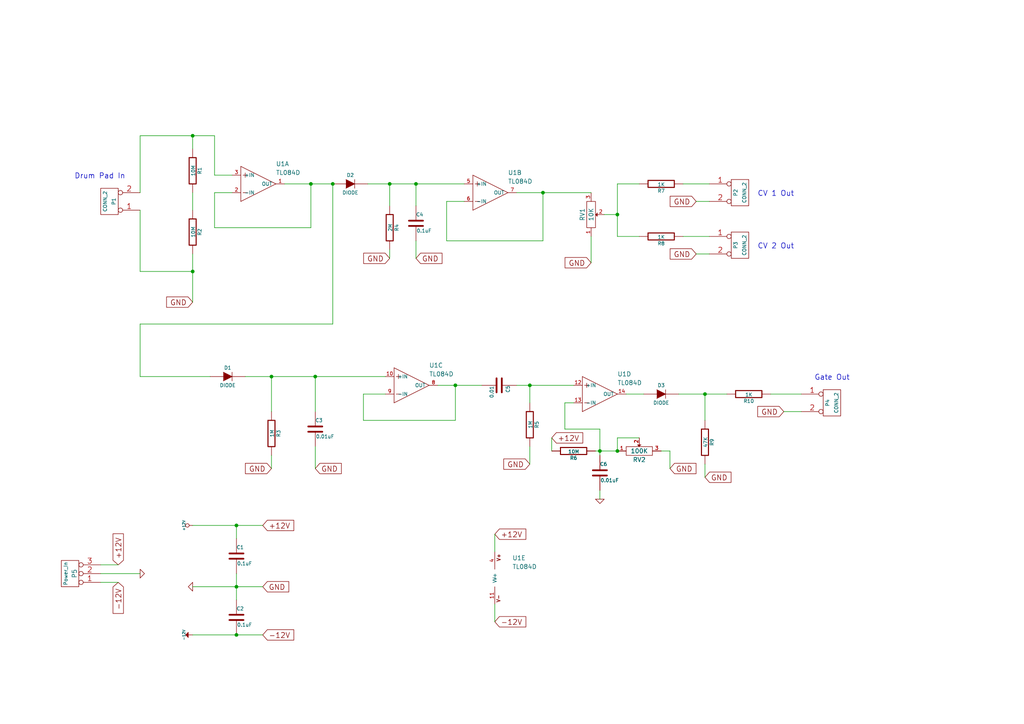
<source format=kicad_sch>
(kicad_sch (version 20230121) (generator eeschema)
  (paper "A4")
  (title_block (title "MFOS Synth Drum Trigger") (date "25/5/2015") (rev "1.0") (comment 1 "\"Music From Outer Space\"") (comment 2 "Based on a design by Ray Wilson") (comment 4 "Quentin McDonald"))
  (lib_symbols
    (symbol "Synth-Drum-Trigger-rescue:+12V" (power) (pin_numbers hide) (pin_names (offset 0))
      (property "Value" "+12V" (at 0 2.54 0))
      (symbol "+12V_0_0"
        (pin power_in line (at 0 0 90) (length 0) hide (name "+12V") (number "1"))
      )
      (symbol "+12V_0_1"
        (polyline (pts (xy 0 0) (xy 0 1.016) (xy 0 1.016)))
        (circle (center 0 1.524) (radius 0.508))
      )
    )
    (symbol "Synth-Drum-Trigger-rescue:-12V" (power) (pin_names (offset 0))
      (property "Value" "-12V" (at 0 2.54 0))
      (symbol "-12V_0_0"
        (pin power_in line (at 0 0 90) (length 0) hide (name "-12V") (number "1"))
      )
      (symbol "-12V_0_1"
        (polyline (pts (xy 0 0) (xy 0 1.27) (xy 0 1.27)))
        (polyline (pts (xy 0 2.032) (xy 0.762 1.27) (xy -0.508 1.27) (xy -0.762 1.27) (xy 0 2.032) (xy 0 2.032) (xy 0 2.032)) (fill (type outline)))
      )
    )
    (symbol "Synth-Drum-Trigger-rescue:C" (pin_numbers hide) (pin_names (offset 0.254))
      (property "Reference" "C" (at 0 2.54 0))
      (property "Value" "C" (at 0.1524 -2.159 0))
      (symbol "C_0_1"
        (polyline (pts (xy -2.032 -0.762) (xy 2.032 -0.762)) (stroke (width 0.508)))
        (polyline (pts (xy -2.032 0.762) (xy 2.032 0.762)) (stroke (width 0.508)))
      )
      (symbol "C_1_1"
        (pin passive line (at 0 5.08 270) (length 4.318) (name "~") (number "1"))
        (pin passive line (at 0 -5.08 90) (length 4.318) (name "~") (number "2"))
      )
    )
    (symbol "Synth-Drum-Trigger-rescue:CONN_2" (pin_names (offset 1.016) hide)
      (property "Reference" "P" (at -1.27 0 90))
      (property "Value" "CONN_2" (at 1.27 0 90))
      (symbol "CONN_2_0_1"
        (rectangle (start -2.54 3.81) (end 2.54 -3.81))
      )
      (symbol "CONN_2_1_1"
        (pin power_out inverted (at -8.89 2.54 0) (length 6.35) (name "VCC") (number "1"))
        (pin power_out inverted (at -8.89 -2.54 0) (length 6.35) (name "GND") (number "2"))
      )
    )
    (symbol "Synth-Drum-Trigger-rescue:DIODE" (pin_numbers hide) (pin_names (offset 1.016) hide)
      (property "Reference" "D" (at 0 2.54 0))
      (property "Value" "DIODE" (at 0 -2.54 0))
      (symbol "DIODE_0_1"
        (polyline (pts (xy 1.27 1.27) (xy 1.27 -1.27)) (stroke (width 0.1524)))
        (polyline (pts (xy -1.27 1.27) (xy 1.27 0) (xy -1.27 -1.27)) (fill (type outline)))
      )
      (symbol "DIODE_1_1"
        (pin passive line (at -5.08 0 0) (length 3.81) (name "A") (number "1"))
        (pin passive line (at 5.08 0 180) (length 3.81) (name "K") (number "2"))
      )
    )
    (symbol "Synth-Drum-Trigger-rescue:GND" (power) (pin_names (offset 0))
      (symbol "GND_0_1"
        (polyline (pts (xy -1.27 0) (xy 0 -1.27) (xy 1.27 0) (xy -1.27 0)))
      )
      (symbol "GND_1_1"
        (pin power_in line (at 0 0 90) (length 0) hide (name "GND") (number "1"))
      )
    )
    (symbol "Synth-Drum-Trigger-rescue:POT" (pin_names (offset 1.016) hide)
      (property "Reference" "RV" (at 0 -2.54 0))
      (property "Value" "POT" (at 0 0 0))
      (symbol "POT_0_1"
        (rectangle (start -3.81 1.27) (end 3.81 -1.27))
        (polyline (pts (xy 0 1.27) (xy -0.508 1.778) (xy 0.508 1.778)) (fill (type outline)))
      )
      (symbol "POT_1_1"
        (pin passive line (at -6.35 0 0) (length 2.54) (name "1") (number "1"))
        (pin passive line (at 0 3.81 270) (length 2.032) (name "2") (number "2"))
        (pin passive line (at 6.35 0 180) (length 2.54) (name "3") (number "3"))
      )
    )
    (symbol "Synth-Drum-Trigger-rescue:Power_In" (pin_names (offset 1.016) hide)
      (property "Reference" "P" (at -1.27 0 90))
      (property "Value" "Power_In" (at 1.27 0 90))
      (symbol "Power_In_0_1"
        (rectangle (start -2.54 3.81) (end 2.54 -3.81))
      )
      (symbol "Power_In_1_1"
        (pin power_out inverted (at -8.89 2.54 0) (length 6.35) (name "-12V") (number "1"))
        (pin power_out inverted (at -8.89 0 0) (length 6.35) (name "Gnd") (number "2"))
        (pin power_out inverted (at -8.89 -2.54 0) (length 6.35) (name "+12V") (number "3"))
      )
    )
    (symbol "Synth-Drum-Trigger-rescue:R" (pin_numbers hide) (pin_names (offset 0))
      (property "Reference" "R" (at 2.032 0 90))
      (property "Value" "R" (at 0.1778 0.0254 90))
      (symbol "R_0_1"
        (rectangle (start -1.016 3.81) (end 1.016 -3.81) (stroke (width 0.3048)))
      )
      (symbol "R_1_1"
        (pin passive line (at 0 6.35 270) (length 2.54) (name "~") (number "1"))
        (pin passive line (at 0 -6.35 90) (length 2.54) (name "~") (number "2"))
      )
    )
    (symbol "Synth-Drum-Trigger-rescue:TL084D" (pin_names (offset 1.016))
      (property "Reference" "U" (at 5.08 5.08 0))
      (property "Value" "TL084D" (at 5.08 2.54 0))
      (symbol "TL084D_1_0"
        (polyline (pts (xy -5.08 -5.08) (xy 5.08 0)))
        (polyline (pts (xy -5.08 5.08) (xy -5.08 -5.08)))
        (polyline (pts (xy -4.445 -2.54) (xy -3.175 -2.54)))
        (polyline (pts (xy -4.445 2.54) (xy -3.175 2.54)))
        (polyline (pts (xy -3.81 3.175) (xy -3.81 1.905)))
        (polyline (pts (xy 5.08 0) (xy -5.08 5.08)))
      )
      (symbol "TL084D_1_1"
        (pin output line (at 7.62 0 180) (length 2.54) (name "OUT") (number "1"))
        (pin input line (at -7.62 -2.54 0) (length 2.54) (name "-IN") (number "2"))
        (pin input line (at -7.62 2.54 0) (length 2.54) (name "+IN") (number "3"))
      )
      (symbol "TL084D_2_0"
        (polyline (pts (xy -5.08 -5.08) (xy 5.08 0)))
        (polyline (pts (xy -5.08 5.08) (xy -5.08 -5.08)))
        (polyline (pts (xy -4.445 -2.54) (xy -3.175 -2.54)))
        (polyline (pts (xy -4.445 2.54) (xy -3.175 2.54)))
        (polyline (pts (xy -3.81 3.175) (xy -3.81 1.905)))
        (polyline (pts (xy 5.08 0) (xy -5.08 5.08)))
      )
      (symbol "TL084D_2_1"
        (pin input line (at -7.62 2.54 0) (length 2.54) (name "+IN") (number "5"))
        (pin input line (at -7.62 -2.54 0) (length 2.54) (name "-IN") (number "6"))
        (pin output line (at 7.62 0 180) (length 2.54) (name "OUT") (number "7"))
      )
      (symbol "TL084D_3_0"
        (polyline (pts (xy -5.08 -5.08) (xy 5.08 0)))
        (polyline (pts (xy -5.08 5.08) (xy -5.08 -5.08)))
        (polyline (pts (xy -4.445 -2.54) (xy -3.175 -2.54)))
        (polyline (pts (xy -4.445 2.54) (xy -3.175 2.54)))
        (polyline (pts (xy -3.81 3.175) (xy -3.81 1.905)))
        (polyline (pts (xy 5.08 0) (xy -5.08 5.08)))
      )
      (symbol "TL084D_3_1"
        (pin input line (at -7.62 2.54 0) (length 2.54) (name "+IN") (number "10"))
        (pin output line (at 7.62 0 180) (length 2.54) (name "OUT") (number "8"))
        (pin input line (at -7.62 -2.54 0) (length 2.54) (name "-IN") (number "9"))
      )
      (symbol "TL084D_4_0"
        (polyline (pts (xy -5.08 -5.08) (xy 5.08 0)))
        (polyline (pts (xy -5.08 5.08) (xy -5.08 -5.08)))
        (polyline (pts (xy -4.445 -2.54) (xy -3.175 -2.54)))
        (polyline (pts (xy -4.445 2.54) (xy -3.175 2.54)))
        (polyline (pts (xy -3.81 3.175) (xy -3.81 1.905)))
        (polyline (pts (xy 5.08 0) (xy -5.08 5.08)))
      )
      (symbol "TL084D_4_1"
        (pin input line (at -7.62 2.54 0) (length 2.54) (name "+IN") (number "12"))
        (pin input line (at -7.62 -2.54 0) (length 2.54) (name "-IN") (number "13"))
        (pin output line (at 7.62 0 180) (length 2.54) (name "OUT") (number "14"))
      )
      (symbol "TL084D_5_0"
        (text "V+" (at 1.143 5.969 1) (effects (font (size 1.016 1.016) bold)))
        (text "V-" (at 1.0668 -5.969 1) (effects (font (size 1.016 1.016) bold)))
      )
      (symbol "TL084D_5_1"
        (pin power_in line (at 0 -7.62 90) (length 5.08) (name "V-") (number "11"))
        (pin power_in line (at 0 7.62 270) (length 5.08) (name "V+") (number "4"))
      )
    )
  )
  (junction (at 78.74 109.22))
  (junction (at 132.08 111.76))
  (junction (at 68.58 184.15))
  (junction (at 204.47 114.3))
  (junction (at 153.67 111.76))
  (junction (at 179.07 62.23))
  (junction (at 68.58 152.4))
  (junction (at 55.88 78.74))
  (junction (at 113.03 53.34))
  (junction (at 90.17 53.34))
  (junction (at 157.48 55.88))
  (junction (at 91.44 109.22))
  (junction (at 68.58 170.18))
  (junction (at 179.07 130.81))
  (junction (at 55.88 39.37))
  (junction (at 96.52 53.34))
  (junction (at 173.99 130.81))
  (junction (at 120.65 53.34))
  (wire (pts (xy 62.23 50.8) (xy 67.31 50.8)))
  (wire (pts (xy 68.58 152.4) (xy 68.58 156.21)))
  (wire (pts (xy 132.08 111.76) (xy 139.7 111.76)))
  (wire (pts (xy 198.12 68.58) (xy 205.74 68.58)))
  (wire (pts (xy 127 111.76) (xy 132.08 111.76)))
  (wire (pts (xy 172.72 130.81) (xy 173.99 130.81)))
  (wire (pts (xy 181.61 114.3) (xy 186.69 114.3)))
  (wire (pts (xy 96.52 93.98) (xy 40.64 93.98)))
  (wire (pts (xy 40.64 39.37) (xy 40.64 55.88)))
  (wire (pts (xy 163.83 124.46) (xy 173.99 124.46)))
  (wire (pts (xy 205.74 73.66) (xy 201.93 73.66)))
  (wire (pts (xy 55.88 73.66) (xy 55.88 78.74)))
  (wire (pts (xy 191.77 130.81) (xy 194.31 130.81)))
  (wire (pts (xy 134.62 58.42) (xy 129.54 58.42)))
  (wire (pts (xy 204.47 114.3) (xy 210.82 114.3)))
  (wire (pts (xy 171.45 68.58) (xy 171.45 76.2)))
  (wire (pts (xy 204.47 114.3) (xy 204.47 121.92)))
  (wire (pts (xy 55.88 152.4) (xy 68.58 152.4)))
  (wire (pts (xy 223.52 114.3) (xy 232.41 114.3)))
  (wire (pts (xy 143.51 160.02) (xy 143.51 154.94)))
  (wire (pts (xy 68.58 170.18) (xy 76.2 170.18)))
  (wire (pts (xy 194.31 130.81) (xy 194.31 135.89)))
  (wire (pts (xy 153.67 129.54) (xy 153.67 134.62)))
  (wire (pts (xy 106.68 53.34) (xy 113.03 53.34)))
  (wire (pts (xy 78.74 132.08) (xy 78.74 135.89)))
  (wire (pts (xy 179.07 53.34) (xy 179.07 62.23)))
  (wire (pts (xy 71.12 109.22) (xy 78.74 109.22)))
  (wire (pts (xy 40.64 39.37) (xy 55.88 39.37)))
  (wire (pts (xy 204.47 134.62) (xy 204.47 138.43)))
  (wire (pts (xy 55.88 39.37) (xy 55.88 43.18)))
  (wire (pts (xy 120.65 69.85) (xy 120.65 74.93)))
  (wire (pts (xy 62.23 39.37) (xy 62.23 50.8)))
  (wire (pts (xy 132.08 111.76) (xy 132.08 121.92)))
  (wire (pts (xy 173.99 130.81) (xy 179.07 130.81)))
  (wire (pts (xy 179.07 62.23) (xy 179.07 68.58)))
  (wire (pts (xy 149.86 111.76) (xy 153.67 111.76)))
  (wire (pts (xy 179.07 130.81) (xy 179.07 127)))
  (wire (pts (xy 132.08 121.92) (xy 105.41 121.92)))
  (wire (pts (xy 196.85 114.3) (xy 204.47 114.3)))
  (wire (pts (xy 160.02 130.81) (xy 160.02 127)))
  (wire (pts (xy 105.41 114.3) (xy 111.76 114.3)))
  (wire (pts (xy 90.17 66.04) (xy 90.17 53.34)))
  (wire (pts (xy 129.54 69.85) (xy 157.48 69.85)))
  (wire (pts (xy 55.88 60.96) (xy 55.88 55.88)))
  (wire (pts (xy 55.88 39.37) (xy 62.23 39.37)))
  (wire (pts (xy 68.58 152.4) (xy 76.2 152.4)))
  (wire (pts (xy 113.03 53.34) (xy 120.65 53.34)))
  (wire (pts (xy 40.64 60.96) (xy 40.64 78.74)))
  (wire (pts (xy 55.88 184.15) (xy 68.58 184.15)))
  (wire (pts (xy 55.88 78.74) (xy 55.88 87.63)))
  (wire (pts (xy 166.37 116.84) (xy 163.83 116.84)))
  (wire (pts (xy 62.23 66.04) (xy 90.17 66.04)))
  (wire (pts (xy 163.83 116.84) (xy 163.83 124.46)))
  (wire (pts (xy 55.88 170.18) (xy 68.58 170.18)))
  (wire (pts (xy 96.52 53.34) (xy 96.52 93.98)))
  (wire (pts (xy 40.64 93.98) (xy 40.64 109.22)))
  (wire (pts (xy 173.99 130.81) (xy 173.99 132.08)))
  (wire (pts (xy 143.51 175.26) (xy 143.51 180.34)))
  (wire (pts (xy 129.54 58.42) (xy 129.54 69.85)))
  (wire (pts (xy 153.67 111.76) (xy 153.67 116.84)))
  (wire (pts (xy 157.48 55.88) (xy 171.45 55.88)))
  (wire (pts (xy 62.23 55.88) (xy 62.23 66.04)))
  (wire (pts (xy 179.07 127) (xy 185.42 127)))
  (wire (pts (xy 90.17 53.34) (xy 96.52 53.34)))
  (wire (pts (xy 67.31 55.88) (xy 62.23 55.88)))
  (wire (pts (xy 173.99 142.24) (xy 173.99 144.78)))
  (wire (pts (xy 40.64 78.74) (xy 55.88 78.74)))
  (wire (pts (xy 29.21 168.91) (xy 34.29 168.91)))
  (wire (pts (xy 205.74 58.42) (xy 201.93 58.42)))
  (wire (pts (xy 29.21 166.37) (xy 40.64 166.37)))
  (wire (pts (xy 173.99 124.46) (xy 173.99 130.81)))
  (wire (pts (xy 179.07 53.34) (xy 185.42 53.34)))
  (wire (pts (xy 175.26 62.23) (xy 179.07 62.23)))
  (wire (pts (xy 91.44 109.22) (xy 111.76 109.22)))
  (wire (pts (xy 198.12 53.34) (xy 205.74 53.34)))
  (wire (pts (xy 68.58 170.18) (xy 68.58 173.99)))
  (wire (pts (xy 232.41 119.38) (xy 227.33 119.38)))
  (wire (pts (xy 78.74 109.22) (xy 78.74 119.38)))
  (wire (pts (xy 149.86 55.88) (xy 157.48 55.88)))
  (wire (pts (xy 120.65 53.34) (xy 134.62 53.34)))
  (wire (pts (xy 40.64 109.22) (xy 60.96 109.22)))
  (wire (pts (xy 120.65 53.34) (xy 120.65 59.69)))
  (wire (pts (xy 157.48 69.85) (xy 157.48 55.88)))
  (wire (pts (xy 82.55 53.34) (xy 90.17 53.34)))
  (wire (pts (xy 68.58 184.15) (xy 76.2 184.15)))
  (wire (pts (xy 113.03 53.34) (xy 113.03 59.69)))
  (wire (pts (xy 153.67 111.76) (xy 166.37 111.76)))
  (wire (pts (xy 105.41 121.92) (xy 105.41 114.3)))
  (wire (pts (xy 68.58 166.37) (xy 68.58 170.18)))
  (wire (pts (xy 91.44 109.22) (xy 91.44 119.38)))
  (wire (pts (xy 91.44 129.54) (xy 91.44 135.89)))
  (wire (pts (xy 78.74 109.22) (xy 91.44 109.22)))
  (wire (pts (xy 113.03 72.39) (xy 113.03 74.93)))
  (wire (pts (xy 29.21 163.83) (xy 34.29 163.83)))
  (wire (pts (xy 179.07 68.58) (xy 185.42 68.58)))
  (text "CV 2 Out" (at 219.71 72.39 0) (effects (font (size 1.524 1.524)) (justify left bottom)))
  (text "CV 1 Out" (at 219.71 57.15 0) (effects (font (size 1.524 1.524)) (justify left bottom)))
  (text "Gate Out" (at 236.22 110.49 0) (effects (font (size 1.524 1.524)) (justify left bottom)))
  (text "Drum Pad In" (at 21.59 52.07 0) (effects (font (size 1.524 1.524)) (justify left bottom)))
  (global_label "GND" (shape input) (at 171.45 76.2 180) (effects (font (size 1.524 1.524))) (property "Intersheetrefs" "${INTERSHEET_REFS}" (effects hide)))
  (global_label "GND" (shape input) (at 55.88 87.63 180) (effects (font (size 1.524 1.524))) (property "Intersheetrefs" "${INTERSHEET_REFS}" (effects hide)))
  (global_label "GND" (shape input) (at 113.03 74.93 180) (effects (font (size 1.524 1.524))) (property "Intersheetrefs" "${INTERSHEET_REFS}" (effects hide)))
  (global_label "GND" (shape input) (at 201.93 73.66 180) (effects (font (size 1.524 1.524))) (property "Intersheetrefs" "${INTERSHEET_REFS}" (effects hide)))
  (global_label "GND" (shape input) (at 153.67 134.62 180) (effects (font (size 1.524 1.524))) (property "Intersheetrefs" "${INTERSHEET_REFS}" (effects hide)))
  (global_label "+12V" (shape input) (at 160.02 127 0) (effects (font (size 1.524 1.524))) (property "Intersheetrefs" "${INTERSHEET_REFS}" (effects hide)))
  (global_label "GND" (shape input) (at 76.2 170.18 0) (effects (font (size 1.524 1.524))) (property "Intersheetrefs" "${INTERSHEET_REFS}" (effects hide)))
  (global_label "-12V" (shape input) (at 76.2 184.15 0) (effects (font (size 1.524 1.524))) (property "Intersheetrefs" "${INTERSHEET_REFS}" (effects hide)))
  (global_label "GND" (shape input) (at 78.74 135.89 180) (effects (font (size 1.524 1.524))) (property "Intersheetrefs" "${INTERSHEET_REFS}" (effects hide)))
  (global_label "+12V" (shape input) (at 34.29 163.83 90) (effects (font (size 1.524 1.524))) (property "Intersheetrefs" "${INTERSHEET_REFS}" (effects hide)))
  (global_label "-12V" (shape input) (at 34.29 168.91 270) (effects (font (size 1.524 1.524))) (property "Intersheetrefs" "${INTERSHEET_REFS}" (effects hide)))
  (global_label "+12V" (shape input) (at 76.2 152.4 0) (effects (font (size 1.524 1.524))) (property "Intersheetrefs" "${INTERSHEET_REFS}" (effects hide)))
  (global_label "GND" (shape input) (at 120.65 74.93 0) (effects (font (size 1.524 1.524))) (property "Intersheetrefs" "${INTERSHEET_REFS}" (effects hide)))
  (global_label "+12V" (shape input) (at 143.51 154.94 0) (effects (font (size 1.524 1.524))) (property "Intersheetrefs" "${INTERSHEET_REFS}" (effects hide)))
  (global_label "GND" (shape input) (at 194.31 135.89 0) (effects (font (size 1.524 1.524))) (property "Intersheetrefs" "${INTERSHEET_REFS}" (effects hide)))
  (global_label "GND" (shape input) (at 204.47 138.43 0) (effects (font (size 1.524 1.524))) (property "Intersheetrefs" "${INTERSHEET_REFS}" (effects hide)))
  (global_label "GND" (shape input) (at 91.44 135.89 0) (effects (font (size 1.524 1.524))) (property "Intersheetrefs" "${INTERSHEET_REFS}" (effects hide)))
  (global_label "GND" (shape input) (at 201.93 58.42 180) (effects (font (size 1.524 1.524))) (property "Intersheetrefs" "${INTERSHEET_REFS}" (effects hide)))
  (global_label "GND" (shape input) (at 227.33 119.38 180) (effects (font (size 1.524 1.524))) (property "Intersheetrefs" "${INTERSHEET_REFS}" (effects hide)))
  (global_label "-12V" (shape input) (at 143.51 180.34 0) (effects (font (size 1.524 1.524))) (property "Intersheetrefs" "${INTERSHEET_REFS}" (effects hide)))
  (symbol (lib_id "Synth-Drum-Trigger-rescue:CONN_2") (at 31.75 58.42 180) (unit 1)
    (property "Reference" "P1" (at 33.02 58.42 90) (effects (font (size 1.016 1.016))))
    (property "Value" "CONN_2" (at 30.48 58.42 90) (effects (font (size 1.016 1.016))))
  )
  (symbol (lib_id "Synth-Drum-Trigger-rescue:R") (at 55.88 49.53 0) (unit 1)
    (property "Reference" "R1" (at 57.912 49.53 90) (effects (font (size 1.016 1.016))))
    (property "Value" "10M" (at 56.0578 49.5046 90) (effects (font (size 1.016 1.016))))
  )
  (symbol (lib_id "Synth-Drum-Trigger-rescue:R") (at 55.88 67.31 0) (unit 1)
    (property "Reference" "R2" (at 57.912 67.31 90) (effects (font (size 1.016 1.016))))
    (property "Value" "10M" (at 56.0578 67.2846 90) (effects (font (size 1.016 1.016))))
  )
  (symbol (lib_id "Synth-Drum-Trigger-rescue:TL084D") (at 74.93 53.34 0) (unit 1)
    (property "Reference" "U1" (at 80.01 48.26 0) (effects (justify left bottom)))
    (property "Value" "TL084D" (at 80.01 50.8 0) (effects (justify left bottom)))
    (property "Footprint" "op-amp-SO14" (effects hide))
  )
  (symbol (lib_id "Synth-Drum-Trigger-rescue:DIODE") (at 101.6 53.34 0) (unit 1)
    (property "Reference" "D2" (at 101.6 50.8 0) (effects (font (size 1.016 1.016))))
    (property "Value" "DIODE" (at 101.6 55.88 0) (effects (font (size 1.016 1.016))))
  )
  (symbol (lib_id "Synth-Drum-Trigger-rescue:TL084D") (at 142.24 55.88 0) (unit 2)
    (property "Reference" "U1" (at 147.32 50.8 0) (effects (justify left bottom)))
    (property "Value" "TL084D" (at 147.32 53.34 0) (effects (justify left bottom)))
    (property "Footprint" "op-amp-SO14" (effects hide))
  )
  (symbol (lib_id "Synth-Drum-Trigger-rescue:R") (at 113.03 66.04 0) (unit 1)
    (property "Reference" "R4" (at 115.062 66.04 90) (effects (font (size 1.016 1.016))))
    (property "Value" "2M" (at 113.2078 66.0146 90) (effects (font (size 1.016 1.016))))
  )
  (symbol (lib_id "Synth-Drum-Trigger-rescue:C") (at 120.65 64.77 0) (unit 1)
    (property "Reference" "C4" (at 120.65 62.23 0) (effects (font (size 1.016 1.016)) (justify left)))
    (property "Value" "0.1uF" (at 120.8024 66.929 0) (effects (font (size 1.016 1.016)) (justify left)))
  )
  (symbol (lib_id "Synth-Drum-Trigger-rescue:POT") (at 171.45 62.23 270) (mirror x) (unit 1)
    (property "Reference" "RV1" (at 168.91 62.23 0))
    (property "Value" "10K" (at 171.45 62.23 0))
  )
  (symbol (lib_id "Synth-Drum-Trigger-rescue:R") (at 191.77 53.34 270) (unit 1)
    (property "Reference" "R7" (at 191.77 55.372 90) (effects (font (size 1.016 1.016))))
    (property "Value" "1K" (at 191.7954 53.5178 90) (effects (font (size 1.016 1.016))))
  )
  (symbol (lib_id "Synth-Drum-Trigger-rescue:R") (at 191.77 68.58 270) (unit 1)
    (property "Reference" "R8" (at 191.77 70.612 90) (effects (font (size 1.016 1.016))))
    (property "Value" "1K" (at 191.7954 68.7578 90) (effects (font (size 1.016 1.016))))
  )
  (symbol (lib_id "Synth-Drum-Trigger-rescue:CONN_2") (at 214.63 55.88 0) (unit 1)
    (property "Reference" "P2" (at 213.36 55.88 90) (effects (font (size 1.016 1.016))))
    (property "Value" "CONN_2" (at 215.9 55.88 90) (effects (font (size 1.016 1.016))))
  )
  (symbol (lib_id "Synth-Drum-Trigger-rescue:CONN_2") (at 214.63 71.12 0) (unit 1)
    (property "Reference" "P3" (at 213.36 71.12 90) (effects (font (size 1.016 1.016))))
    (property "Value" "CONN_2" (at 215.9 71.12 90) (effects (font (size 1.016 1.016))))
  )
  (symbol (lib_id "Synth-Drum-Trigger-rescue:DIODE") (at 66.04 109.22 0) (unit 1)
    (property "Reference" "D1" (at 66.04 106.68 0) (effects (font (size 1.016 1.016))))
    (property "Value" "DIODE" (at 66.04 111.76 0) (effects (font (size 1.016 1.016))))
  )
  (symbol (lib_id "Synth-Drum-Trigger-rescue:TL084D") (at 119.38 111.76 0) (unit 3)
    (property "Reference" "U1" (at 124.46 106.68 0) (effects (justify left bottom)))
    (property "Value" "TL084D" (at 124.46 109.22 0) (effects (justify left bottom)))
    (property "Footprint" "op-amp-SO14" (effects hide))
  )
  (symbol (lib_id "Synth-Drum-Trigger-rescue:R") (at 78.74 125.73 0) (unit 1)
    (property "Reference" "R3" (at 80.772 125.73 90) (effects (font (size 1.016 1.016))))
    (property "Value" "1M" (at 78.9178 125.7046 90) (effects (font (size 1.016 1.016))))
  )
  (symbol (lib_id "Synth-Drum-Trigger-rescue:C") (at 91.44 124.46 0) (unit 1)
    (property "Reference" "C3" (at 91.44 121.92 0) (effects (font (size 1.016 1.016)) (justify left)))
    (property "Value" "0.01uF" (at 91.5924 126.619 0) (effects (font (size 1.016 1.016)) (justify left)))
  )
  (symbol (lib_id "Synth-Drum-Trigger-rescue:C") (at 144.78 111.76 270) (unit 1)
    (property "Reference" "C5" (at 147.32 111.76 0) (effects (font (size 1.016 1.016)) (justify left)))
    (property "Value" "0.01" (at 142.621 111.9124 0) (effects (font (size 1.016 1.016)) (justify left)))
  )
  (symbol (lib_id "Synth-Drum-Trigger-rescue:R") (at 153.67 123.19 0) (unit 1)
    (property "Reference" "R5" (at 155.702 123.19 90) (effects (font (size 1.016 1.016))))
    (property "Value" "1M" (at 153.8478 123.1646 90) (effects (font (size 1.016 1.016))))
  )
  (symbol (lib_id "Synth-Drum-Trigger-rescue:TL084D") (at 173.99 114.3 0) (unit 4)
    (property "Reference" "U1" (at 179.07 109.22 0) (effects (justify left bottom)))
    (property "Value" "TL084D" (at 179.07 111.76 0) (effects (justify left bottom)))
    (property "Footprint" "op-amp-SO14" (effects hide))
  )
  (symbol (lib_id "Synth-Drum-Trigger-rescue:DIODE") (at 191.77 114.3 0) (unit 1)
    (property "Reference" "D3" (at 191.77 111.76 0) (effects (font (size 1.016 1.016))))
    (property "Value" "DIODE" (at 191.77 116.84 0) (effects (font (size 1.016 1.016))))
  )
  (symbol (lib_id "Synth-Drum-Trigger-rescue:R") (at 217.17 114.3 270) (unit 1)
    (property "Reference" "R10" (at 217.17 116.332 90) (effects (font (size 1.016 1.016))))
    (property "Value" "1K" (at 217.1954 114.4778 90) (effects (font (size 1.016 1.016))))
  )
  (symbol (lib_id "Synth-Drum-Trigger-rescue:R") (at 204.47 128.27 0) (unit 1)
    (property "Reference" "R9" (at 206.502 128.27 90) (effects (font (size 1.016 1.016))))
    (property "Value" "47K" (at 204.6478 128.2446 90) (effects (font (size 1.016 1.016))))
  )
  (symbol (lib_id "Synth-Drum-Trigger-rescue:CONN_2") (at 241.3 116.84 0) (unit 1)
    (property "Reference" "P4" (at 240.03 116.84 90) (effects (font (size 1.016 1.016))))
    (property "Value" "CONN_2" (at 242.57 116.84 90) (effects (font (size 1.016 1.016))))
  )
  (symbol (lib_id "Synth-Drum-Trigger-rescue:C") (at 173.99 137.16 0) (unit 1)
    (property "Reference" "C6" (at 173.99 134.62 0) (effects (font (size 1.016 1.016)) (justify left)))
    (property "Value" "0.01uF" (at 174.1424 139.319 0) (effects (font (size 1.016 1.016)) (justify left)))
  )
  (symbol (lib_id "Synth-Drum-Trigger-rescue:R") (at 166.37 130.81 270) (unit 1)
    (property "Reference" "R6" (at 166.37 132.842 90) (effects (font (size 1.016 1.016))))
    (property "Value" "10M" (at 166.3954 130.9878 90) (effects (font (size 1.016 1.016))))
  )
  (symbol (lib_id "Synth-Drum-Trigger-rescue:GND") (at 173.99 144.78 0) (unit 1)
    (property "Reference" "#PWR5" (effects hide))
    (property "Value" "GND" (effects hide))
  )
  (symbol (lib_id "Synth-Drum-Trigger-rescue:POT") (at 185.42 130.81 0) (unit 1)
    (property "Reference" "RV2" (at 185.42 133.35 0))
    (property "Value" "100K" (at 185.42 130.81 0))
  )
  (symbol (lib_id "Synth-Drum-Trigger-rescue:TL084D") (at 143.51 167.64 0) (unit 5)
    (property "Reference" "U1" (at 148.59 162.56 0) (effects (justify left bottom)))
    (property "Value" "TL084D" (at 148.59 165.1 0) (effects (justify left bottom)))
    (property "Footprint" "op-amp-SO14" (effects hide))
  )
  (symbol (lib_id "Synth-Drum-Trigger-rescue:C") (at 68.58 161.29 0) (unit 1)
    (property "Reference" "C1" (at 68.58 158.75 0) (effects (font (size 1.016 1.016)) (justify left)))
    (property "Value" "0.1uF" (at 68.7324 163.449 0) (effects (font (size 1.016 1.016)) (justify left)))
  )
  (symbol (lib_id "Synth-Drum-Trigger-rescue:C") (at 68.58 179.07 0) (unit 1)
    (property "Reference" "C2" (at 68.58 176.53 0) (effects (font (size 1.016 1.016)) (justify left)))
    (property "Value" "0.1uF" (at 68.7324 181.229 0) (effects (font (size 1.016 1.016)) (justify left)))
  )
  (symbol (lib_id "Synth-Drum-Trigger-rescue:+12V") (at 55.88 152.4 90) (unit 1)
    (property "Reference" "#PWR2" (effects hide))
    (property "Value" "+12V" (at 53.34 152.4 0) (effects (font (size 0.762 0.762))))
  )
  (symbol (lib_id "Synth-Drum-Trigger-rescue:-12V") (at 55.88 184.15 90) (unit 1)
    (property "Reference" "#PWR4" (effects hide))
    (property "Value" "-12V" (at 53.34 184.15 0) (effects (font (size 0.762 0.762))))
  )
  (symbol (lib_id "Synth-Drum-Trigger-rescue:Power_In") (at 20.32 166.37 180) (unit 1)
    (property "Reference" "P5" (at 21.59 166.37 90))
    (property "Value" "Power_In" (at 19.05 166.37 90) (effects (font (size 1.016 1.016))))
  )
  (symbol (lib_id "Synth-Drum-Trigger-rescue:GND") (at 55.88 170.18 270) (unit 1)
    (property "Reference" "#PWR3" (effects hide))
    (property "Value" "GND" (effects hide))
  )
  (symbol (lib_id "Synth-Drum-Trigger-rescue:GND") (at 40.64 166.37 90) (unit 1)
    (property "Reference" "#PWR1" (effects hide))
    (property "Value" "GND" (effects hide))
  )
)
</source>
